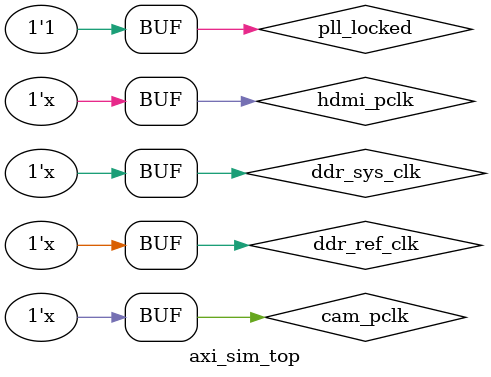
<source format=v>
`timescale 1ps / 1ps

module axi_sim_top ();
    /******************************************************************/
    // System Signals
    /******************************************************************/
    /** DDR **/
    wire [31:0] ddr3_dq;
    wire [ 3:0] ddr3_dqs_n;
    wire [ 3:0] ddr3_dqs_p;
    wire [14:0] ddr3_addr;
    wire [ 2:0] ddr3_ba;
    wire        ddr3_ras_n;
    wire        ddr3_cas_n;
    wire        ddr3_we_n;
    wire        ddr3_reset_n;
    wire [ 0:0] ddr3_ck_p;
    wire [ 0:0] ddr3_ck_n;
    wire [ 0:0] ddr3_cke;
    wire [ 0:0] ddr3_cs_n;
    wire [ 3:0] ddr3_dm;
    wire [ 0:0] ddr3_odt;
    wire        init_calib_complete;


    /******************************************************************/
    // Clocks
    /******************************************************************/

    /* SYSTEM CLOCKS
	* DDR MIG SYS 	@ 320MHZ = 3125ps
	* DDR REF		@ 200MHZ = 5000ps
	* CAM PCLK		@ 48MHZ  = 20833ps
	* HDMI PCLK		@ 65MHZ  = 15385ps
	*/
    reg         ddr_sys_clk = 0;
    reg         ddr_ref_clk = 0;
    reg         cam_pclk = 0;
    reg         hdmi_pclk = 0;
    always #1562.5 ddr_sys_clk = ~ddr_sys_clk;
    always #2500 ddr_ref_clk = ~ddr_ref_clk;
    always #10417 cam_pclk = ~cam_pclk;
    always #7692 hdmi_pclk = ~hdmi_pclk;

    reg  pll_locked;
    wire sys_rstn;
    initial begin
        pll_locked = 1'b0;
        #100000;
        pll_locked = 1'b1;
    end


    /******************************************************************/
    // Signals & Params
    /******************************************************************/
    // Camera
    reg  [16:0] cam_data = 0;
    wire        cam_wren;
    wire        cam_frame_sync;

    reg  [31:0] bypass_req_addr;
    wire        bypass_req_en;

    wire        video_sync_frame;
    wire        video_fifo_rden;

    // Sim: data in
    // reg [15:0] camera_data_in;
    // initial begin
    //     wait (init_calib_complete == 1'b1);
    //     #100000;
    // end
    reg  [31:0] j = 0;
    always @(posedge cam_pclk) begin
        if (init_calib_complete && (~u_app_top.ui_rst)) begin
            // cam_wren = ~cam_wren;
            // cam_data = cam_data + 1;
            j = (j == 4095) ? 0 : j + 1;
        end
        // if (u_app_top.camera_axi_write.wr_addr == 32'h1000) begin
        //     cam_frame_sync = 1;
        // end else cam_frame_sync = 0;
    end
    assign cam_wren       = ((j > 0) && (j <= 2048));
    assign cam_frame_sync = (j > 3000 && j < 3700);
    always @(posedge cam_pclk) begin
        if (~init_calib_complete) cam_data = 0;
        else cam_data = cam_wren ? cam_data + 1 : cam_data;
    end
    // integer                           j = 0;
    // always @(posedge hdmi_pclk) begin
    //     if (~init_calib_complete) begin
    //         j = 0;
    //     end else j = (j == 4095) ? 0 : j + 1;
    // end
    // assign video_sync_frame = (j >= 0) && (j < 2048);
    // assign video_fifo_rden  = (j >= 2600) && (j < 4090);

    // Sim: HDMI VIDEO DATA OUT
    // always @(posedge hdmi_pclk) begin
    // video_fifo_rden  = init_calib_complete;
    // video_sync_frame = (u_app_top.axi_read_m.video_rd_addr == 32'h1000);
    // end
    reg [31:0] i = 0;
    always @(posedge hdmi_pclk) begin
        if (~init_calib_complete) begin
            i = 0;
        end else i = (i == 4095) ? 0 : i + 1;
    end
    assign video_fifo_rden  = ((i > 0) && (i <= 2048));
    assign video_sync_frame = (i >= 2600) && (i < 3500);


    reg [31:0] k = 0;
    always @(posedge hdmi_pclk) begin
        if (~init_calib_complete) k = 0;
        else k = (k == 4300) ? 0 : k + 1;
    end

    // wire bypass_req_addr, bypass_req_en;
    always @(*) begin
        if (k == 4100) begin
            bypass_req_addr = 32'h0;
        end else if (k == 4101) bypass_req_addr = 32'h400;
        else if (k == 4102) bypass_req_addr = 32'h800;
        else bypass_req_addr = 0;
    end
    assign bypass_req_en = (k == 4100) || (k == 4101) || (k == 4102);

    /******************************************************************/
    // Modules
    /******************************************************************/

    /** Main **/
    ddr_streaming_top u_app_top (
        /* Camera */
        .cam_pclk           (cam_pclk),            // input          cam_pclk,
        .cam_wren           (cam_wren),            // input          cam_wren,
        .cam_data           (cam_data),            // input  [ 15:0] cam_data,
        .cam_frame_sync     (cam_frame_sync),      // input          cam_frame_sync,
        /* Bypass */
        .i_bypass_clk       (hdmi_pclk),           // input          i_bypass_clk,
        .i_bypass_req_addr  (bypass_req_addr),     // input  [ 31:0] i_bypass_req_addr,
        .i_bypass_req_en    (bypass_req_en),       // input          i_bypass_req_en,
        .o_bypass_data_clk  (o_bypass_data_clk),   // output         o_bypass_data_clk,
        .o_bypass_data_en   (o_bypass_data_en),    // output         o_bypass_data_en,
        .o_bypass_data      (o_bypass_data),       // output [127:0] o_bypass_data,
        .o_bypass_last      (o_bypass_last),       // output         o_bypass_last,
        /* HDMI */
        .i_video_pclk       (hdmi_pclk),           // input          i_video_pclk,
        .i_video_sync_frame (video_sync_frame),    // input          i_video_sync_frame,
        .i_video_fifo_rden  (video_fifo_rden),     // input          i_video_fifo_rden,
        .o_video_rddata     (),                    // output [ 15:0] o_video_rddata,
        /* DDR */
        .i_sys_clk          (ddr_sys_clk),         // input          i_sys_clk,           // MIG SYS CLK
        .i_clk_ref          (ddr_ref_clk),         // input          i_clk_ref,           // MIG REF CLK @ 200MHZ
        .i_sys_rstn         (pll_locked),          // input          i_sys_rstn,          // pll_locked
        .ddr3_dq            (ddr3_dq),             // inout  [ 31:0] ddr3_dq,
        .ddr3_dqs_n         (ddr3_dqs_n),          // inout  [  3:0] ddr3_dqs_n,
        .ddr3_dqs_p         (ddr3_dqs_p),          // inout  [  3:0] ddr3_dqs_p,
        .ddr3_addr          (ddr3_addr),           // output [ 14:0] ddr3_addr,
        .ddr3_ba            (ddr3_ba),             // output [  2:0] ddr3_ba,
        .ddr3_ras_n         (ddr3_ras_n),          // output         ddr3_ras_n,
        .ddr3_cas_n         (ddr3_cas_n),          // output         ddr3_cas_n,
        .ddr3_we_n          (ddr3_we_n),           // output         ddr3_we_n,
        .ddr3_reset_n       (ddr3_reset_n),        // output         ddr3_reset_n,
        .ddr3_ck_p          (ddr3_ck_p),           // output [  0:0] ddr3_ck_p,
        .ddr3_ck_n          (ddr3_ck_n),           // output [  0:0] ddr3_ck_n,
        .ddr3_cke           (ddr3_cke),            // output [  0:0] ddr3_cke,
        .ddr3_cs_n          (ddr3_cs_n),           // output [  0:0] ddr3_cs_n,
        .ddr3_dm            (ddr3_dm),             // output [  3:0] ddr3_dm,
        .ddr3_odt           (ddr3_odt),            // output [  0:0] ddr3_odt,
        .init_calib_complete(init_calib_complete)  // output         init_calib_complete
    );

    /** DDR MODEL **/
    ddr3_model ddr3_model_h (
        .rst_n  (ddr3_reset_n),
        .ck     (ddr3_ck_p),
        .ck_n   (ddr3_ck_n),
        .cke    (ddr3_cke),
        .cs_n   (ddr3_cs_n),
        .ras_n  (ddr3_ras_n),
        .cas_n  (ddr3_cas_n),
        .we_n   (ddr3_we_n),
        .dm_tdqs(ddr3_dm[3:2]),
        .ba     (ddr3_ba),
        .addr   (ddr3_addr),
        .dq     (ddr3_dq[31:16]),
        .dqs    (ddr3_dqs_p[3:2]),
        .dqs_n  (ddr3_dqs_n[3:2]),
        .tdqs_n (),
        .odt    (ddr3_odt)
    );
    ddr3_model ddr3_model_l (
        .rst_n  (ddr3_reset_n),
        .ck     (ddr3_ck_p),
        .ck_n   (ddr3_ck_n),
        .cke    (ddr3_cke),
        .cs_n   (ddr3_cs_n),
        .ras_n  (ddr3_ras_n),
        .cas_n  (ddr3_cas_n),
        .we_n   (ddr3_we_n),
        .dm_tdqs(ddr3_dm[1:0]),
        .ba     (ddr3_ba),
        .addr   (ddr3_addr),
        .dq     (ddr3_dq[15:0]),
        .dqs    (ddr3_dqs_p[1:0]),
        .dqs_n  (ddr3_dqs_n[1:0]),
        .tdqs_n (),
        .odt    (ddr3_odt)
    );


endmodule

</source>
